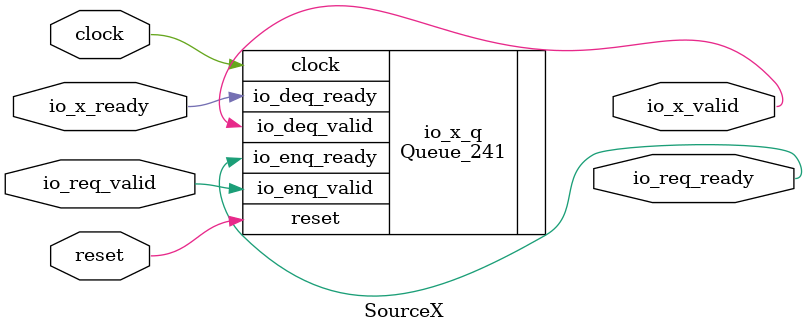
<source format=sv>
`ifndef RANDOMIZE
  `ifdef RANDOMIZE_REG_INIT
    `define RANDOMIZE
  `endif // RANDOMIZE_REG_INIT
`endif // not def RANDOMIZE
`ifndef RANDOMIZE
  `ifdef RANDOMIZE_MEM_INIT
    `define RANDOMIZE
  `endif // RANDOMIZE_MEM_INIT
`endif // not def RANDOMIZE

`ifndef RANDOM
  `define RANDOM $random
`endif // not def RANDOM

// Users can define 'PRINTF_COND' to add an extra gate to prints.
`ifndef PRINTF_COND_
  `ifdef PRINTF_COND
    `define PRINTF_COND_ (`PRINTF_COND)
  `else  // PRINTF_COND
    `define PRINTF_COND_ 1
  `endif // PRINTF_COND
`endif // not def PRINTF_COND_

// Users can define 'ASSERT_VERBOSE_COND' to add an extra gate to assert error printing.
`ifndef ASSERT_VERBOSE_COND_
  `ifdef ASSERT_VERBOSE_COND
    `define ASSERT_VERBOSE_COND_ (`ASSERT_VERBOSE_COND)
  `else  // ASSERT_VERBOSE_COND
    `define ASSERT_VERBOSE_COND_ 1
  `endif // ASSERT_VERBOSE_COND
`endif // not def ASSERT_VERBOSE_COND_

// Users can define 'STOP_COND' to add an extra gate to stop conditions.
`ifndef STOP_COND_
  `ifdef STOP_COND
    `define STOP_COND_ (`STOP_COND)
  `else  // STOP_COND
    `define STOP_COND_ 1
  `endif // STOP_COND
`endif // not def STOP_COND_

// Users can define INIT_RANDOM as general code that gets injected into the
// initializer block for modules with registers.
`ifndef INIT_RANDOM
  `define INIT_RANDOM
`endif // not def INIT_RANDOM

// If using random initialization, you can also define RANDOMIZE_DELAY to
// customize the delay used, otherwise 0.002 is used.
`ifndef RANDOMIZE_DELAY
  `define RANDOMIZE_DELAY 0.002
`endif // not def RANDOMIZE_DELAY

// Define INIT_RANDOM_PROLOG_ for use in our modules below.
`ifndef INIT_RANDOM_PROLOG_
  `ifdef RANDOMIZE
    `ifdef VERILATOR
      `define INIT_RANDOM_PROLOG_ `INIT_RANDOM
    `else  // VERILATOR
      `define INIT_RANDOM_PROLOG_ `INIT_RANDOM #`RANDOMIZE_DELAY begin end
    `endif // VERILATOR
  `else  // RANDOMIZE
    `define INIT_RANDOM_PROLOG_
  `endif // RANDOMIZE
`endif // not def INIT_RANDOM_PROLOG_

module SourceX(
  input  clock,
         reset,
         io_req_valid,
         io_x_ready,
  output io_req_ready,
         io_x_valid
);

  Queue_241 io_x_q (	// @[Decoupled.scala:375:21]
    .clock        (clock),
    .reset        (reset),
    .io_enq_valid (io_req_valid),
    .io_deq_ready (io_x_ready),
    .io_enq_ready (io_req_ready),
    .io_deq_valid (io_x_valid)
  );
endmodule


</source>
